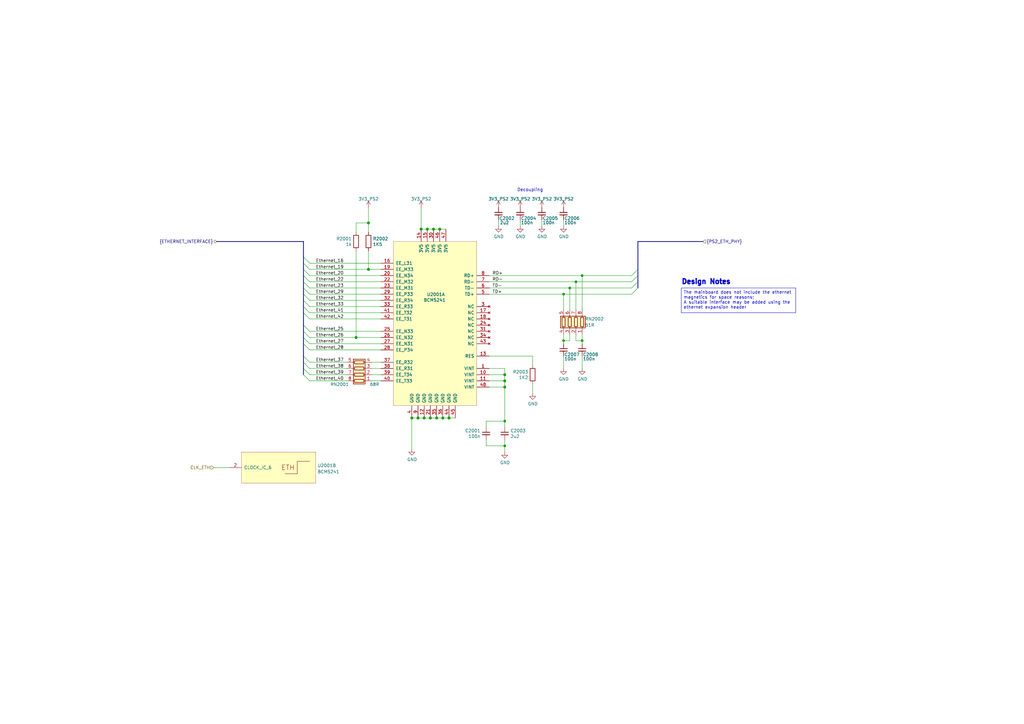
<source format=kicad_sch>
(kicad_sch (version 20230121) (generator eeschema)
  (paper "A3")
  (title_block (title "PS2 Ethernet PHY") (rev "0.3") (comment 5 "-a project by Tschicki"))
  (lib_symbols
    (symbol "BCM5241_1" (pin_names (offset 1.016))
      (property "Reference" "U" (at 21.59 -15.24 0))
      (property "Value" "BCM5241" (at 21.59 -11.43 0))
      (symbol "BCM5241_1_1_0"
        (pin passive line (at 44.45 -49.53 180) (length 5.08) (name "VINT") (number "1"))
        (pin passive line (at 44.45 -52.07 180) (length 5.08) (name "VINT") (number "10"))
        (pin passive line (at 44.45 -54.61 180) (length 5.08) (name "VINT") (number "11"))
        (pin passive line (at 17.78 -69.85 90) (length 5.08) (name "GND") (number "12"))
        (pin passive line (at 44.45 -44.45 180) (length 5.08) (name "RES") (number "13"))
        (pin passive line (at 16.51 7.62 270) (length 5.08) (name "3V5") (number "14"))
        (pin passive line (at 19.05 7.62 270) (length 5.08) (name "3V5") (number "15"))
        (pin passive line (at 0 -6.35 0) (length 5.08) (name "EE_L31") (number "16"))
        (pin no_connect line (at 44.45 -26.67 180) (length 5.08) (name "NC") (number "17"))
        (pin no_connect line (at 44.45 -29.21 180) (length 5.08) (name "NC") (number "18"))
        (pin passive line (at 0 -8.89 0) (length 5.08) (name "EE_M33") (number "19"))
        (pin passive line (at 0 -11.43 0) (length 5.08) (name "EE_N34") (number "20"))
        (pin passive line (at 20.32 -69.85 90) (length 5.08) (name "GND") (number "21"))
        (pin passive line (at 0 -13.97 0) (length 5.08) (name "EE_M32") (number "22"))
        (pin passive line (at 0 -16.51 0) (length 5.08) (name "EE_M31") (number "23"))
        (pin no_connect line (at 44.45 -31.75 180) (length 5.08) (name "NC") (number "24"))
        (pin passive line (at 0 -34.29 0) (length 5.08) (name "EE_N33") (number "25"))
        (pin passive line (at 0 -36.83 0) (length 5.08) (name "EE_N32") (number "26"))
        (pin passive line (at 0 -39.37 0) (length 5.08) (name "EE_N31") (number "27"))
        (pin passive line (at 0 -41.91 0) (length 5.08) (name "EE_P34") (number "28"))
        (pin passive line (at 0 -19.05 0) (length 5.08) (name "EE_P33") (number "29"))
        (pin no_connect line (at 44.45 -24.13 180) (length 5.08) (name "NC") (number "3"))
        (pin passive line (at 21.59 7.62 270) (length 5.08) (name "3V5") (number "30"))
        (pin no_connect line (at 44.45 -34.29 180) (length 5.08) (name "NC") (number "31"))
        (pin passive line (at 0 -21.59 0) (length 5.08) (name "EE_R34") (number "32"))
        (pin passive line (at 0 -24.13 0) (length 5.08) (name "EE_R33") (number "33"))
        (pin no_connect line (at 44.45 -36.83 180) (length 5.08) (name "NC") (number "34"))
        (pin passive line (at 22.86 -69.85 90) (length 5.08) (name "GND") (number "35"))
        (pin passive line (at 25.4 -69.85 90) (length 5.08) (name "GND") (number "36"))
        (pin passive line (at 0 -46.99 0) (length 5.08) (name "EE_R32") (number "37"))
        (pin passive line (at 0 -49.53 0) (length 5.08) (name "EE_R31") (number "38"))
        (pin passive line (at 0 -52.07 0) (length 5.08) (name "EE_T34") (number "39"))
        (pin passive line (at 12.7 -69.85 90) (length 5.08) (name "GND") (number "4"))
        (pin passive line (at 0 -54.61 0) (length 5.08) (name "EE_T33") (number "40"))
        (pin passive line (at 0 -26.67 0) (length 5.08) (name "EE_T32") (number "41"))
        (pin passive line (at 0 -29.21 0) (length 5.08) (name "EE_T31") (number "42"))
        (pin no_connect line (at 44.45 -39.37 180) (length 5.08) (name "NC") (number "43"))
        (pin passive line (at 27.94 -69.85 90) (length 5.08) (name "GND") (number "44"))
        (pin passive line (at 30.48 -69.85 90) (length 5.08) (name "GND") (number "45"))
        (pin passive line (at 24.13 7.62 270) (length 5.08) (name "3V5") (number "46"))
        (pin passive line (at 26.67 7.62 270) (length 5.08) (name "3V5") (number "47"))
        (pin passive line (at 44.45 -57.15 180) (length 5.08) (name "VINT") (number "48"))
        (pin passive line (at 44.45 -19.05 180) (length 5.08) (name "TD+") (number "5"))
        (pin passive line (at 44.45 -16.51 180) (length 5.08) (name "TD-") (number "6"))
        (pin passive line (at 44.45 -13.97 180) (length 5.08) (name "RD-") (number "7"))
        (pin passive line (at 44.45 -11.43 180) (length 5.08) (name "RD+") (number "8"))
        (pin passive line (at 15.24 -69.85 90) (length 5.08) (name "GND") (number "9"))
      )
      (symbol "BCM5241_1_1_1"
        (rectangle (start 5.08 2.54) (end 39.37 -64.77) (stroke (width 0.001)) (fill (type background)))
      )
      (symbol "BCM5241_1_2_0"
        (text "ETH" (at 24.13 -6.35 0) (effects (font (size 2 2))))
        (pin passive line (at 0 -6.35 0) (length 5.08) (name "CLOCK_IC_6") (number "2"))
      )
      (symbol "BCM5241_1_2_1"
        (polyline (pts (xy 22.86 -8.89) (xy 27.94 -8.89) (xy 27.94 -3.81) (xy 33.02 -3.81)))
        (rectangle (start 5.08 0) (end 35.56 -12.7) (stroke (width 0.001)) (fill (type background)))
      )
    )
    (symbol "PS2:3V5" (power) (pin_names (offset 0))
      (property "Value" "3V3_PS2" (at 0 3.556 0))
      (symbol "3V5_0_1"
        (polyline (pts (xy -0.762 1.27) (xy 0 2.54)))
        (polyline (pts (xy 0 0) (xy 0 2.54)))
        (polyline (pts (xy 0 2.54) (xy 0.762 1.27)))
      )
      (symbol "3V5_1_1"
        (pin power_in line (at 0 0 90) (length 0) hide (name "3V3_PS2") (number "1"))
      )
    )
    (symbol "PS2:BCM5241" (pin_names (offset 1.016))
      (property "Reference" "U" (at 21.59 -15.24 0))
      (property "Value" "BCM5241" (at 21.59 -11.43 0))
      (symbol "BCM5241_1_0"
        (pin passive line (at 44.45 -49.53 180) (length 5.08) (name "VINT") (number "1"))
        (pin passive line (at 44.45 -52.07 180) (length 5.08) (name "VINT") (number "10"))
        (pin passive line (at 44.45 -54.61 180) (length 5.08) (name "VINT") (number "11"))
        (pin passive line (at 17.78 -69.85 90) (length 5.08) (name "GND") (number "12"))
        (pin passive line (at 44.45 -44.45 180) (length 5.08) (name "RES") (number "13"))
        (pin passive line (at 16.51 7.62 270) (length 5.08) (name "3V5") (number "14"))
        (pin passive line (at 19.05 7.62 270) (length 5.08) (name "3V5") (number "15"))
        (pin passive line (at 0 -6.35 0) (length 5.08) (name "EE_L31") (number "16"))
        (pin no_connect line (at 44.45 -26.67 180) (length 5.08) (name "NC") (number "17"))
        (pin no_connect line (at 44.45 -29.21 180) (length 5.08) (name "NC") (number "18"))
        (pin passive line (at 0 -8.89 0) (length 5.08) (name "EE_M33") (number "19"))
        (pin passive line (at 0 -11.43 0) (length 5.08) (name "EE_N34") (number "20"))
        (pin passive line (at 20.32 -69.85 90) (length 5.08) (name "GND") (number "21"))
        (pin passive line (at 0 -13.97 0) (length 5.08) (name "EE_M32") (number "22"))
        (pin passive line (at 0 -16.51 0) (length 5.08) (name "EE_M31") (number "23"))
        (pin no_connect line (at 44.45 -31.75 180) (length 5.08) (name "NC") (number "24"))
        (pin passive line (at 0 -34.29 0) (length 5.08) (name "EE_N33") (number "25"))
        (pin passive line (at 0 -36.83 0) (length 5.08) (name "EE_N32") (number "26"))
        (pin passive line (at 0 -39.37 0) (length 5.08) (name "EE_N31") (number "27"))
        (pin passive line (at 0 -41.91 0) (length 5.08) (name "EE_P34") (number "28"))
        (pin passive line (at 0 -19.05 0) (length 5.08) (name "EE_P33") (number "29"))
        (pin no_connect line (at 44.45 -24.13 180) (length 5.08) (name "NC") (number "3"))
        (pin passive line (at 21.59 7.62 270) (length 5.08) (name "3V5") (number "30"))
        (pin no_connect line (at 44.45 -34.29 180) (length 5.08) (name "NC") (number "31"))
        (pin passive line (at 0 -21.59 0) (length 5.08) (name "EE_R34") (number "32"))
        (pin passive line (at 0 -24.13 0) (length 5.08) (name "EE_R33") (number "33"))
        (pin no_connect line (at 44.45 -36.83 180) (length 5.08) (name "NC") (number "34"))
        (pin passive line (at 22.86 -69.85 90) (length 5.08) (name "GND") (number "35"))
        (pin passive line (at 25.4 -69.85 90) (length 5.08) (name "GND") (number "36"))
        (pin passive line (at 0 -46.99 0) (length 5.08) (name "EE_R32") (number "37"))
        (pin passive line (at 0 -49.53 0) (length 5.08) (name "EE_R31") (number "38"))
        (pin passive line (at 0 -52.07 0) (length 5.08) (name "EE_T34") (number "39"))
        (pin passive line (at 12.7 -69.85 90) (length 5.08) (name "GND") (number "4"))
        (pin passive line (at 0 -54.61 0) (length 5.08) (name "EE_T33") (number "40"))
        (pin passive line (at 0 -26.67 0) (length 5.08) (name "EE_T32") (number "41"))
        (pin passive line (at 0 -29.21 0) (length 5.08) (name "EE_T31") (number "42"))
        (pin no_connect line (at 44.45 -39.37 180) (length 5.08) (name "NC") (number "43"))
        (pin passive line (at 27.94 -69.85 90) (length 5.08) (name "GND") (number "44"))
        (pin passive line (at 30.48 -69.85 90) (length 5.08) (name "GND") (number "45"))
        (pin passive line (at 24.13 7.62 270) (length 5.08) (name "3V5") (number "46"))
        (pin passive line (at 26.67 7.62 270) (length 5.08) (name "3V5") (number "47"))
        (pin passive line (at 44.45 -57.15 180) (length 5.08) (name "VINT") (number "48"))
        (pin passive line (at 44.45 -19.05 180) (length 5.08) (name "TD+") (number "5"))
        (pin passive line (at 44.45 -16.51 180) (length 5.08) (name "TD-") (number "6"))
        (pin passive line (at 44.45 -13.97 180) (length 5.08) (name "RD-") (number "7"))
        (pin passive line (at 44.45 -11.43 180) (length 5.08) (name "RD+") (number "8"))
        (pin passive line (at 15.24 -69.85 90) (length 5.08) (name "GND") (number "9"))
      )
      (symbol "BCM5241_1_1"
        (rectangle (start 5.08 2.54) (end 39.37 -64.77) (stroke (width 0.001)) (fill (type background)))
      )
      (symbol "BCM5241_2_0"
        (text "ETH" (at 24.13 -6.35 0) (effects (font (size 2 2))))
        (pin passive line (at 0 -6.35 0) (length 5.08) (name "CLOCK_IC_6") (number "2"))
      )
      (symbol "BCM5241_2_1"
        (polyline (pts (xy 22.86 -8.89) (xy 27.94 -8.89) (xy 27.94 -3.81) (xy 33.02 -3.81)))
        (rectangle (start 5.08 0) (end 35.56 -12.7) (stroke (width 0.001)))
      )
    )
    (symbol "PS2_Capacitors:C_100n_0402" (pin_numbers hide) (pin_names (offset 0.254) hide)
      (property "Reference" "C" (at 0.254 1.778 0))
      (property "Value" "100n" (at 0.254 -2.032 0))
      (symbol "C_100n_0402_0_1"
        (polyline (pts (xy -1.524 -0.508) (xy 1.524 -0.508)) (stroke (width 0.3302)))
        (polyline (pts (xy -1.524 0.508) (xy 1.524 0.508)) (stroke (width 0.3048)))
      )
      (symbol "C_100n_0402_1_1"
        (pin passive line (at 0 2.54 270) (length 2.032) (name "~") (number "1"))
        (pin passive line (at 0 -2.54 90) (length 2.032) (name "~") (number "2"))
      )
    )
    (symbol "PS2_Capacitors:C_2u2_0805" (pin_numbers hide) (pin_names (offset 0.254) hide)
      (property "Reference" "C" (at 0.254 1.778 0))
      (property "Value" "2u2" (at 0.254 -2.032 0))
      (symbol "C_2u2_0805_0_1"
        (polyline (pts (xy -1.524 -0.508) (xy 1.524 -0.508)) (stroke (width 0.3302)))
        (polyline (pts (xy -1.524 0.508) (xy 1.524 0.508)) (stroke (width 0.3048)))
      )
      (symbol "C_2u2_0805_1_1"
        (pin passive line (at 0 2.54 270) (length 2.032) (name "~") (number "1"))
        (pin passive line (at 0 -2.54 90) (length 2.032) (name "~") (number "2"))
      )
    )
    (symbol "PS2_Resistors:R_1k2_0402" (pin_numbers hide) (pin_names (offset 0))
      (property "Reference" "R" (at 2.032 0 90))
      (property "Value" "1k2" (at 0 0 90))
      (symbol "R_1k2_0402_0_1"
        (rectangle (start -1.016 -2.54) (end 1.016 2.54) (stroke (width 0.254)))
      )
      (symbol "R_1k2_0402_1_1"
        (pin passive line (at 0 3.81 270) (length 1.27) (name "~") (number "1"))
        (pin passive line (at 0 -3.81 90) (length 1.27) (name "~") (number "2"))
      )
    )
    (symbol "PS2_Resistors:R_1k5_0402" (pin_numbers hide) (pin_names (offset 0))
      (property "Reference" "R" (at 2.032 0 90))
      (property "Value" "1k5" (at 0 0 90))
      (symbol "R_1k5_0402_0_1"
        (rectangle (start -1.016 -2.54) (end 1.016 2.54) (stroke (width 0.254)))
      )
      (symbol "R_1k5_0402_1_1"
        (pin passive line (at 0 3.81 270) (length 1.27) (name "~") (number "1"))
        (pin passive line (at 0 -3.81 90) (length 1.27) (name "~") (number "2"))
      )
    )
    (symbol "PS2_Resistors:R_1k_0402" (pin_numbers hide) (pin_names (offset 0))
      (property "Reference" "R" (at 2.032 0 90))
      (property "Value" "1k" (at 0 0 90))
      (symbol "R_1k_0402_0_1"
        (rectangle (start -1.016 -2.54) (end 1.016 2.54) (stroke (width 0.254)))
      )
      (symbol "R_1k_0402_1_1"
        (pin passive line (at 0 3.81 270) (length 1.27) (name "~") (number "1"))
        (pin passive line (at 0 -3.81 90) (length 1.27) (name "~") (number "2"))
      )
    )
    (symbol "PS2_Resistors:R_4Array_51R_0402" (pin_names (offset 0) hide)
      (property "Reference" "RN" (at -7.62 0 90))
      (property "Value" "51R" (at 5.08 0 90))
      (symbol "R_4Array_51R_0402_0_1"
        (rectangle (start -6.35 -2.413) (end 3.81 2.413) (stroke (width 0.254)) (fill (type background)))
        (rectangle (start -5.715 1.905) (end -4.445 -1.905) (stroke (width 0.254)))
        (rectangle (start -3.175 1.905) (end -1.905 -1.905) (stroke (width 0.254)))
        (rectangle (start -0.635 1.905) (end 0.635 -1.905) (stroke (width 0.254)))
        (polyline (pts (xy -5.08 -2.54) (xy -5.08 -1.905)))
        (polyline (pts (xy -5.08 1.905) (xy -5.08 2.54)))
        (polyline (pts (xy -2.54 -2.54) (xy -2.54 -1.905)))
        (polyline (pts (xy -2.54 1.905) (xy -2.54 2.54)))
        (polyline (pts (xy 0 -2.54) (xy 0 -1.905)))
        (polyline (pts (xy 0 1.905) (xy 0 2.54)))
        (polyline (pts (xy 2.54 -2.54) (xy 2.54 -1.905)))
        (polyline (pts (xy 2.54 1.905) (xy 2.54 2.54)))
        (rectangle (start 1.905 1.905) (end 3.175 -1.905) (stroke (width 0.254)))
      )
      (symbol "R_4Array_51R_0402_1_1"
        (pin passive line (at -5.08 -5.08 90) (length 2.54) (name "R1.1") (number "1"))
        (pin passive line (at -2.54 -5.08 90) (length 2.54) (name "R2.1") (number "2"))
        (pin passive line (at 0 -5.08 90) (length 2.54) (name "R3.1") (number "3"))
        (pin passive line (at 2.54 -5.08 90) (length 2.54) (name "R4.1") (number "4"))
        (pin passive line (at 2.54 5.08 270) (length 2.54) (name "R4.2") (number "5"))
        (pin passive line (at 0 5.08 270) (length 2.54) (name "R3.2") (number "6"))
        (pin passive line (at -2.54 5.08 270) (length 2.54) (name "R2.2") (number "7"))
        (pin passive line (at -5.08 5.08 270) (length 2.54) (name "R1.2") (number "8"))
      )
    )
    (symbol "PS2_Resistors:R_4Array_68R_0402" (pin_names (offset 0) hide)
      (property "Reference" "RN" (at -7.62 0 90))
      (property "Value" "68R" (at 5.08 0 90))
      (symbol "R_4Array_68R_0402_0_1"
        (rectangle (start -6.35 -2.413) (end 3.81 2.413) (stroke (width 0.254)) (fill (type background)))
        (rectangle (start -5.715 1.905) (end -4.445 -1.905) (stroke (width 0.254)))
        (rectangle (start -3.175 1.905) (end -1.905 -1.905) (stroke (width 0.254)))
        (rectangle (start -0.635 1.905) (end 0.635 -1.905) (stroke (width 0.254)))
        (polyline (pts (xy -5.08 -2.54) (xy -5.08 -1.905)))
        (polyline (pts (xy -5.08 1.905) (xy -5.08 2.54)))
        (polyline (pts (xy -2.54 -2.54) (xy -2.54 -1.905)))
        (polyline (pts (xy -2.54 1.905) (xy -2.54 2.54)))
        (polyline (pts (xy 0 -2.54) (xy 0 -1.905)))
        (polyline (pts (xy 0 1.905) (xy 0 2.54)))
        (polyline (pts (xy 2.54 -2.54) (xy 2.54 -1.905)))
        (polyline (pts (xy 2.54 1.905) (xy 2.54 2.54)))
        (rectangle (start 1.905 1.905) (end 3.175 -1.905) (stroke (width 0.254)))
      )
      (symbol "R_4Array_68R_0402_1_1"
        (pin passive line (at -5.08 -5.08 90) (length 2.54) (name "R1.1") (number "1"))
        (pin passive line (at -2.54 -5.08 90) (length 2.54) (name "R2.1") (number "2"))
        (pin passive line (at 0 -5.08 90) (length 2.54) (name "R3.1") (number "3"))
        (pin passive line (at 2.54 -5.08 90) (length 2.54) (name "R4.1") (number "4"))
        (pin passive line (at 2.54 5.08 270) (length 2.54) (name "R4.2") (number "5"))
        (pin passive line (at 0 5.08 270) (length 2.54) (name "R3.2") (number "6"))
        (pin passive line (at -2.54 5.08 270) (length 2.54) (name "R2.2") (number "7"))
        (pin passive line (at -5.08 5.08 270) (length 2.54) (name "R1.2") (number "8"))
      )
    )
    (symbol "power:GND" (power) (pin_names (offset 0))
      (property "Value" "GND" (at 0 -3.81 0))
      (symbol "GND_0_1"
        (polyline (pts (xy 0 0) (xy 0 -1.27) (xy 1.27 -1.27) (xy 0 -2.54) (xy -1.27 -1.27) (xy 0 -1.27)))
      )
      (symbol "GND_1_1"
        (pin power_in line (at 0 0 270) (length 0) hide (name "GND") (number "1"))
      )
    )
  )
  (bus_alias "ETHERNET_INTERFACE" (members "Ethernet_16" "Ethernet_19" "Ethernet_20" "Ethernet_22" "Ethernet_23" "Ethernet_29" "Ethernet_32" "Ethernet_33" "Ethernet_41" "Ethernet_42" "Ethernet_25" "Ethernet_26" "Ethernet_27" "Ethernet_28" "Ethernet_37" "Ethernet_38" "Ethernet_39" "Ethernet_40"))
  (bus_alias "PS2_ETH_PHY" (members "RD+" "RD-" "TD+" "TD-"))
  (junction (at 207.01 182.88))
  (junction (at 233.68 118.11))
  (junction (at 207.01 158.75) (diameter 1.016))
  (junction (at 151.13 110.49) (diameter 1.016))
  (junction (at 168.91 171.45) (diameter 1.016))
  (junction (at 171.45 171.45) (diameter 1.016))
  (junction (at 181.61 171.45) (diameter 1.016))
  (junction (at 231.14 139.7))
  (junction (at 146.05 138.43) (diameter 1.016))
  (junction (at 184.15 171.45) (diameter 1.016))
  (junction (at 177.8 93.98) (diameter 1.016))
  (junction (at 179.07 171.45) (diameter 1.016))
  (junction (at 175.26 93.98) (diameter 1.016))
  (junction (at 238.76 139.7))
  (junction (at 176.53 171.45) (diameter 1.016))
  (junction (at 207.01 156.21) (diameter 1.016))
  (junction (at 238.76 113.03))
  (junction (at 173.99 171.45) (diameter 1.016))
  (junction (at 236.22 115.57))
  (junction (at 231.14 120.65))
  (junction (at 151.13 91.44) (diameter 1.016))
  (junction (at 207.01 153.67) (diameter 1.016))
  (junction (at 172.72 93.98) (diameter 1.016))
  (junction (at 207.01 172.72))
  (junction (at 180.34 93.98) (diameter 1.016))
  (bus_entry (at 259.08 120.65) (size 2.54 -2.54))
  (bus_entry (at 259.08 118.11) (size 2.54 -2.54))
  (bus_entry (at 259.08 113.03) (size 2.54 -2.54))
  (bus_entry (at 124.46 138.43) (size 2.54 2.54))
  (bus_entry (at 124.46 140.97) (size 2.54 2.54))
  (bus_entry (at 124.46 148.59) (size 2.54 2.54))
  (bus_entry (at 124.46 146.05) (size 2.54 2.54))
  (bus_entry (at 124.46 151.13) (size 2.54 2.54))
  (bus_entry (at 124.46 118.11) (size 2.54 2.54))
  (bus_entry (at 124.46 120.65) (size 2.54 2.54))
  (bus_entry (at 124.46 123.19) (size 2.54 2.54))
  (bus_entry (at 124.46 133.35) (size 2.54 2.54))
  (bus_entry (at 124.46 135.89) (size 2.54 2.54))
  (bus_entry (at 124.46 128.27) (size 2.54 2.54))
  (bus_entry (at 124.46 125.73) (size 2.54 2.54))
  (bus_entry (at 124.46 153.67) (size 2.54 2.54))
  (bus_entry (at 124.46 113.03) (size 2.54 2.54))
  (bus_entry (at 124.46 107.95) (size 2.54 2.54))
  (bus_entry (at 124.46 110.49) (size 2.54 2.54))
  (bus_entry (at 124.46 105.41) (size 2.54 2.54))
  (bus_entry (at 124.46 115.57) (size 2.54 2.54))
  (bus_entry (at 259.08 115.57) (size 2.54 -2.54))
  (wire (pts (xy 127 113.03) (xy 156.21 113.03)))
  (bus (pts (xy 124.46 105.41) (xy 124.46 99.06)))
  (wire (pts (xy 127 130.81) (xy 156.21 130.81)))
  (wire (pts (xy 127 115.57) (xy 156.21 115.57)))
  (wire (pts (xy 127 128.27) (xy 156.21 128.27)))
  (wire (pts (xy 259.08 120.65) (xy 231.14 120.65)))
  (wire (pts (xy 142.24 153.67) (xy 127 153.67)))
  (wire (pts (xy 142.24 156.21) (xy 127 156.21)))
  (wire (pts (xy 233.68 137.16) (xy 233.68 139.7)))
  (wire (pts (xy 152.4 148.59) (xy 156.21 148.59)))
  (wire (pts (xy 200.66 153.67) (xy 207.01 153.67)))
  (wire (pts (xy 233.68 118.11) (xy 233.68 127)))
  (wire (pts (xy 127 118.11) (xy 156.21 118.11)))
  (bus (pts (xy 261.62 118.11) (xy 261.62 115.57)))
  (wire (pts (xy 146.05 102.87) (xy 146.05 138.43)))
  (wire (pts (xy 233.68 139.7) (xy 231.14 139.7)))
  (bus (pts (xy 261.62 113.03) (xy 261.62 110.49)))
  (wire (pts (xy 259.08 115.57) (xy 236.22 115.57)))
  (wire (pts (xy 218.44 157.48) (xy 218.44 161.29)))
  (wire (pts (xy 231.14 120.65) (xy 231.14 127)))
  (wire (pts (xy 173.99 171.45) (xy 176.53 171.45)))
  (wire (pts (xy 238.76 139.7) (xy 238.76 140.97)))
  (wire (pts (xy 231.14 137.16) (xy 231.14 139.7)))
  (wire (pts (xy 168.91 171.45) (xy 171.45 171.45)))
  (wire (pts (xy 207.01 172.72) (xy 207.01 175.26)))
  (wire (pts (xy 238.76 137.16) (xy 238.76 139.7)))
  (wire (pts (xy 151.13 85.09) (xy 151.13 91.44)))
  (wire (pts (xy 168.91 171.45) (xy 168.91 184.15)))
  (wire (pts (xy 127 125.73) (xy 156.21 125.73)))
  (wire (pts (xy 146.05 95.25) (xy 146.05 91.44)))
  (wire (pts (xy 236.22 139.7) (xy 238.76 139.7)))
  (wire (pts (xy 127 140.97) (xy 156.21 140.97)))
  (bus (pts (xy 124.46 120.65) (xy 124.46 118.11)))
  (wire (pts (xy 127 107.95) (xy 156.21 107.95)))
  (wire (pts (xy 204.47 90.17) (xy 204.47 92.71)))
  (wire (pts (xy 200.66 156.21) (xy 207.01 156.21)))
  (wire (pts (xy 142.24 148.59) (xy 127 148.59)))
  (bus (pts (xy 261.62 115.57) (xy 261.62 113.03)))
  (wire (pts (xy 127 123.19) (xy 156.21 123.19)))
  (bus (pts (xy 124.46 118.11) (xy 124.46 115.57)))
  (wire (pts (xy 151.13 91.44) (xy 151.13 95.25)))
  (wire (pts (xy 200.66 151.13) (xy 207.01 151.13)))
  (wire (pts (xy 152.4 151.13) (xy 156.21 151.13)))
  (wire (pts (xy 181.61 171.45) (xy 184.15 171.45)))
  (wire (pts (xy 207.01 153.67) (xy 207.01 156.21)))
  (wire (pts (xy 177.8 93.98) (xy 180.34 93.98)))
  (bus (pts (xy 261.62 99.06) (xy 288.29 99.06)))
  (wire (pts (xy 199.39 182.88) (xy 207.01 182.88)))
  (wire (pts (xy 236.22 115.57) (xy 236.22 127)))
  (bus (pts (xy 124.46 146.05) (xy 124.46 140.97)))
  (bus (pts (xy 124.46 125.73) (xy 124.46 123.19)))
  (wire (pts (xy 171.45 171.45) (xy 173.99 171.45)))
  (wire (pts (xy 231.14 90.17) (xy 231.14 92.71)))
  (wire (pts (xy 151.13 102.87) (xy 151.13 110.49)))
  (wire (pts (xy 199.39 172.72) (xy 199.39 175.26)))
  (bus (pts (xy 124.46 128.27) (xy 124.46 125.73)))
  (wire (pts (xy 200.66 158.75) (xy 207.01 158.75)))
  (wire (pts (xy 199.39 172.72) (xy 207.01 172.72)))
  (wire (pts (xy 213.36 90.17) (xy 213.36 92.71)))
  (wire (pts (xy 127 135.89) (xy 156.21 135.89)))
  (bus (pts (xy 124.46 115.57) (xy 124.46 113.03)))
  (wire (pts (xy 146.05 138.43) (xy 156.21 138.43)))
  (wire (pts (xy 142.24 151.13) (xy 127 151.13)))
  (wire (pts (xy 172.72 93.98) (xy 175.26 93.98)))
  (wire (pts (xy 127 110.49) (xy 151.13 110.49)))
  (wire (pts (xy 207.01 151.13) (xy 207.01 153.67)))
  (wire (pts (xy 238.76 113.03) (xy 238.76 127)))
  (wire (pts (xy 146.05 91.44) (xy 151.13 91.44)))
  (bus (pts (xy 124.46 133.35) (xy 124.46 128.27)))
  (wire (pts (xy 207.01 156.21) (xy 207.01 158.75)))
  (bus (pts (xy 124.46 140.97) (xy 124.46 138.43)))
  (bus (pts (xy 124.46 138.43) (xy 124.46 135.89)))
  (wire (pts (xy 180.34 93.98) (xy 182.88 93.98)))
  (wire (pts (xy 127 138.43) (xy 146.05 138.43)))
  (wire (pts (xy 207.01 158.75) (xy 207.01 172.72)))
  (wire (pts (xy 238.76 146.05) (xy 238.76 151.13)))
  (bus (pts (xy 124.46 107.95) (xy 124.46 105.41)))
  (wire (pts (xy 172.72 85.09) (xy 172.72 93.98)))
  (wire (pts (xy 152.4 153.67) (xy 156.21 153.67)))
  (bus (pts (xy 124.46 123.19) (xy 124.46 120.65)))
  (wire (pts (xy 236.22 137.16) (xy 236.22 139.7)))
  (bus (pts (xy 124.46 135.89) (xy 124.46 133.35)))
  (wire (pts (xy 218.44 149.86) (xy 218.44 146.05)))
  (wire (pts (xy 207.01 180.34) (xy 207.01 182.88)))
  (bus (pts (xy 124.46 113.03) (xy 124.46 110.49)))
  (wire (pts (xy 207.01 182.88) (xy 207.01 185.42)))
  (wire (pts (xy 200.66 118.11) (xy 233.68 118.11)))
  (wire (pts (xy 179.07 171.45) (xy 181.61 171.45)))
  (wire (pts (xy 199.39 180.34) (xy 199.39 182.88)))
  (wire (pts (xy 218.44 146.05) (xy 200.66 146.05)))
  (wire (pts (xy 176.53 171.45) (xy 179.07 171.45)))
  (wire (pts (xy 184.15 171.45) (xy 186.69 171.45)))
  (bus (pts (xy 261.62 110.49) (xy 261.62 99.06)))
  (wire (pts (xy 259.08 118.11) (xy 233.68 118.11)))
  (wire (pts (xy 200.66 120.65) (xy 231.14 120.65)))
  (bus (pts (xy 124.46 153.67) (xy 124.46 151.13)))
  (wire (pts (xy 152.4 156.21) (xy 156.21 156.21)))
  (wire (pts (xy 200.66 115.57) (xy 236.22 115.57)))
  (wire (pts (xy 231.14 146.05) (xy 231.14 151.13)))
  (wire (pts (xy 127 120.65) (xy 156.21 120.65)))
  (wire (pts (xy 238.76 113.03) (xy 259.08 113.03)))
  (wire (pts (xy 200.66 113.03) (xy 238.76 113.03)))
  (wire (pts (xy 127 143.51) (xy 156.21 143.51)))
  (wire (pts (xy 87.63 191.77) (xy 93.98 191.77)))
  (bus (pts (xy 124.46 151.13) (xy 124.46 148.59)))
  (bus (pts (xy 124.46 148.59) (xy 124.46 146.05)))
  (wire (pts (xy 222.25 90.17) (xy 222.25 92.71)))
  (wire (pts (xy 231.14 139.7) (xy 231.14 140.97)))
  (wire (pts (xy 151.13 110.49) (xy 156.21 110.49)))
  (bus (pts (xy 124.46 99.06) (xy 88.9 99.06)))
  (wire (pts (xy 175.26 93.98) (xy 177.8 93.98)))
  (bus (pts (xy 124.46 110.49) (xy 124.46 107.95)))
  (text_box "The mainboard does not include the ethernet magnetics for space reasons; \nA suitable interface may be added using the ethernet expansion header" (at 279.4 118.11 0) (size 46.99 10.16) (effects (font (size 1.27 1.27)) (justify left top)))
  (text "Design Notes" (at 279.4 116.84 0) (effects (font (size 2 2) (thickness 1) bold) (justify left bottom)))
  (text "Decoupling" (at 212.09 78.74 0) (effects (font (size 1.27 1.27)) (justify left bottom)))
  (label "Ethernet_32" (at 129.54 123.19 0))
  (label "Ethernet_26" (at 129.54 138.43 0))
  (label "RD-" (at 201.93 115.57 0))
  (label "TD+" (at 201.93 120.65 0))
  (label "Ethernet_20" (at 129.54 113.03 0))
  (label "Ethernet_39" (at 129.54 153.67 0))
  (label "Ethernet_25" (at 129.54 135.89 0))
  (label "Ethernet_28" (at 129.54 143.51 0))
  (label "Ethernet_27" (at 129.54 140.97 0))
  (label "Ethernet_41" (at 129.54 128.27 0))
  (label "Ethernet_33" (at 129.54 125.73 0))
  (label "RD+" (at 201.93 113.03 0))
  (label "Ethernet_23" (at 129.54 118.11 0))
  (label "Ethernet_38" (at 129.54 151.13 0))
  (label "Ethernet_42" (at 129.54 130.81 0))
  (label "Ethernet_19" (at 129.54 110.49 0))
  (label "Ethernet_37" (at 129.54 148.59 0))
  (label "Ethernet_40" (at 129.54 156.21 0))
  (label "Ethernet_29" (at 129.54 120.65 0))
  (label "TD-" (at 201.93 118.11 0))
  (label "Ethernet_16" (at 129.54 107.95 0))
  (label "Ethernet_22" (at 129.54 115.57 0))
  (hierarchical_label "{PS2_ETH_PHY}" (shape input) (at 288.29 99.06 0))
  (hierarchical_label "CLK_ETH" (shape input) (at 87.63 191.77 180))
  (hierarchical_label "{ETHERNET_INTERFACE}" (shape bidirectional) (at 88.9 99.06 180))
  (symbol (lib_id "PS2_Capacitors:C_2u2_0805") (at 204.47 87.63 0) (unit 1)
    (property "Reference" "C2002" (at 204.7622 89.5286 0) (effects (justify left)))
    (property "Value" "2u2" (at 205.016 91.319 0) (effects (justify left)))
    (property "Footprint" "PS2:C_0805_2012Metric" (effects hide))
    (property "Part Number" "GRM21BR71E225KE11L" (effects hide))
  )
  (symbol (lib_id "PS2_Resistors:R_1k2_0402") (at 218.44 153.67 0) (mirror y) (unit 1)
    (property "Reference" "R2003" (at 216.6619 152.5206 0) (effects (justify left)))
    (property "Value" "1K2" (at 216.662 154.819 0) (effects (justify left)))
    (property "Footprint" "PS2:R_0402_1005Metric" (effects hide))
    (property "Part Number" "RC0402FR-071K2L" (effects hide))
  )
  (symbol (lib_id "power:GND") (at 204.47 92.71 0) (unit 1)
    (property "Reference" "#PWR02005" (effects hide))
    (property "Value" "GND" (at 204.5843 97.0344 0))
  )
  (symbol (lib_id "PS2_Capacitors:C_100n_0402") (at 222.25 87.63 0) (unit 1)
    (property "Reference" "C2005" (at 222.5422 89.5286 0) (effects (justify left)))
    (property "Value" "100n" (at 222.5422 91.3193 0) (effects (justify left)))
    (property "Footprint" "PS2:C_0402_1005Metric" (effects hide))
    (property "Datasheet" "https://www.mouser.at/datasheet/2/447/UPY_NP0X5R_01005_4V_to_25V_V10-3003057.pdf" (effects hide))
    (property "Part Number" "CC0402KRX7R7BB104" (effects hide))
  )
  (symbol (lib_id "power:GND") (at 218.44 161.29 0) (unit 1)
    (property "Reference" "#PWR02009" (effects hide))
    (property "Value" "GND" (at 218.5543 165.6144 0))
  )
  (symbol (lib_id "power:GND") (at 213.36 92.71 0) (unit 1)
    (property "Reference" "#PWR02008" (effects hide))
    (property "Value" "GND" (at 213.4743 97.0344 0))
  )
  (symbol (lib_id "PS2_Resistors:R_4Array_51R_0402") (at 233.68 132.08 0) (mirror y) (unit 1)
    (property "Reference" "RN2002" (at 247.65 130.81 0) (effects (justify left)))
    (property "Value" "51R" (at 243.84 133.35 0) (effects (justify left)))
    (property "Footprint" "PS2:R_Array_Convex_4x0402" (effects hide))
    (property "Part Number" "YC124-JR-0751RL" (effects hide))
  )
  (symbol (lib_id "PS2_Capacitors:C_100n_0402") (at 213.36 87.63 0) (unit 1)
    (property "Reference" "C2004" (at 213.6522 89.5286 0) (effects (justify left)))
    (property "Value" "100n" (at 213.6522 91.3193 0) (effects (justify left)))
    (property "Footprint" "PS2:C_0402_1005Metric" (effects hide))
    (property "Datasheet" "https://www.mouser.at/datasheet/2/447/UPY_NP0X5R_01005_4V_to_25V_V10-3003057.pdf" (effects hide))
    (property "Part Number" "CC0402KRX7R7BB104" (effects hide))
  )
  (symbol (lib_id "power:GND") (at 207.01 185.42 0) (unit 1)
    (property "Reference" "#PWR02006" (effects hide))
    (property "Value" "GND" (at 207.1243 189.7444 0))
  )
  (symbol (lib_id "PS2:3V5") (at 213.36 85.09 0) (unit 1)
    (property "Reference" "#PWR02007" (effects hide))
    (property "Value" "3V3_PS2" (at 213.36 81.5881 0))
  )
  (symbol (lib_id "PS2_Resistors:R_1k_0402") (at 146.05 99.06 0) (mirror y) (unit 1)
    (property "Reference" "R2001" (at 144.2719 97.9106 0) (effects (justify left)))
    (property "Value" "1k" (at 144.272 100.209 0) (effects (justify left)))
    (property "Footprint" "PS2:R_0402_1005Metric" (effects hide))
    (property "Part Number" "RC0402FR-071KL" (effects hide))
  )
  (symbol (lib_id "PS2_Capacitors:C_100n_0402") (at 238.76 143.51 0) (unit 1)
    (property "Reference" "C2008" (at 239.0522 145.4086 0) (effects (justify left)))
    (property "Value" "100n" (at 239.0522 147.1993 0) (effects (justify left)))
    (property "Footprint" "PS2:C_0402_1005Metric" (effects hide))
    (property "Datasheet" "https://www.mouser.at/datasheet/2/447/UPY_NP0X5R_01005_4V_to_25V_V10-3003057.pdf" (effects hide))
    (property "Part Number" "CC0402KRX7R7BB104" (effects hide))
  )
  (symbol (lib_id "PS2:3V5") (at 204.47 85.09 0) (unit 1)
    (property "Reference" "#PWR02004" (effects hide))
    (property "Value" "3V3_PS2" (at 204.47 81.5881 0))
  )
  (symbol (lib_id "power:GND") (at 238.76 151.13 0) (unit 1)
    (property "Reference" "#PWR02015" (effects hide))
    (property "Value" "GND" (at 238.8743 155.4544 0))
  )
  (symbol (lib_id "power:GND") (at 231.14 151.13 0) (unit 1)
    (property "Reference" "#PWR02014" (effects hide))
    (property "Value" "GND" (at 231.2543 155.4544 0))
  )
  (symbol (lib_id "power:GND") (at 168.91 184.15 0) (unit 1)
    (property "Reference" "#PWR02002" (effects hide))
    (property "Value" "GND" (at 169.0243 188.4744 0))
  )
  (symbol (lib_id "power:GND") (at 231.14 92.71 0) (unit 1)
    (property "Reference" "#PWR02013" (effects hide))
    (property "Value" "GND" (at 231.2543 97.0344 0))
  )
  (symbol (lib_id "PS2_Resistors:R_4Array_68R_0402") (at 147.32 151.13 90) (unit 1)
    (property "Reference" "RN2001" (at 143.1226 157.6323 90) (effects (justify left)))
    (property "Value" "68R" (at 155.581 157.632 90) (effects (justify left)))
    (property "Footprint" "PS2:R_Array_Convex_4x0402" (effects hide))
    (property "Part Number" "YC124-JR-0768RL" (effects hide))
  )
  (symbol (lib_id "PS2_Resistors:R_1k5_0402") (at 151.13 99.06 0) (unit 1)
    (property "Reference" "R2002" (at 152.9081 97.9106 0) (effects (justify left)))
    (property "Value" "1K5" (at 152.908 100.209 0) (effects (justify left)))
    (property "Footprint" "PS2:R_0402_1005Metric" (effects hide))
    (property "Part Number" "RC0402FR-071K5L" (effects hide))
  )
  (symbol (lib_id "PS2_Capacitors:C_2u2_0805") (at 207.01 177.8 0) (unit 1)
    (property "Reference" "C2003" (at 209.3342 176.6506 0) (effects (justify left)))
    (property "Value" "2u2" (at 209.334 178.949 0) (effects (justify left)))
    (property "Footprint" "PS2:C_0805_2012Metric" (effects hide))
    (property "Part Number" "GRM21BR71E225KE11L" (effects hide))
  )
  (symbol (lib_name "BCM5241_1") (lib_id "PS2:BCM5241") (at 93.98 185.42 0) (unit 2)
    (property "Reference" "U2001" (at 130.1755 190.9353 0) (effects (justify left)))
    (property "Value" "BCM5241" (at 130.1755 193.4722 0) (effects (justify left)))
    (property "Footprint" "PS2:LQFP-48_7x7mm_P0.5mm" (effects hide))
    (property "Part Number" "get from PS2 79k/90k" (effects hide))
  )
  (symbol (lib_id "PS2_Capacitors:C_100n_0402") (at 231.14 87.63 0) (unit 1)
    (property "Reference" "C2006" (at 231.4322 89.5286 0) (effects (justify left)))
    (property "Value" "100n" (at 231.4322 91.3193 0) (effects (justify left)))
    (property "Footprint" "PS2:C_0402_1005Metric" (effects hide))
    (property "Datasheet" "https://www.mouser.at/datasheet/2/447/UPY_NP0X5R_01005_4V_to_25V_V10-3003057.pdf" (effects hide))
    (property "Part Number" "CC0402KRX7R7BB104" (effects hide))
  )
  (symbol (lib_id "PS2:BCM5241") (at 156.21 101.6 0) (unit 1)
    (property "Reference" "U2001" (at 175.0061 120.7706 0) (effects (justify left)))
    (property "Value" "BCM5241" (at 173.7361 123.0693 0) (effects (justify left)))
    (property "Footprint" "PS2:LQFP-48_7x7mm_P0.5mm" (effects hide))
    (property "Part Number" "get from PS2 79k/90k" (effects hide))
  )
  (symbol (lib_id "PS2:3V5") (at 231.14 85.09 0) (unit 1)
    (property "Reference" "#PWR02012" (effects hide))
    (property "Value" "3V3_PS2" (at 231.14 81.5881 0))
  )
  (symbol (lib_id "power:GND") (at 222.25 92.71 0) (unit 1)
    (property "Reference" "#PWR02011" (effects hide))
    (property "Value" "GND" (at 222.3643 97.0344 0))
  )
  (symbol (lib_id "PS2:3V5") (at 151.13 85.09 0) (unit 1)
    (property "Reference" "#PWR02001" (effects hide))
    (property "Value" "3V3_PS2" (at 151.13 81.5881 0))
  )
  (symbol (lib_id "PS2:3V5") (at 222.25 85.09 0) (unit 1)
    (property "Reference" "#PWR02010" (effects hide))
    (property "Value" "3V3_PS2" (at 222.25 81.5881 0))
  )
  (symbol (lib_id "PS2_Capacitors:C_100n_0402") (at 231.14 143.51 0) (unit 1)
    (property "Reference" "C2007" (at 231.4322 145.4086 0) (effects (justify left)))
    (property "Value" "100n" (at 231.4322 147.1993 0) (effects (justify left)))
    (property "Footprint" "PS2:C_0402_1005Metric" (effects hide))
    (property "Datasheet" "https://www.mouser.at/datasheet/2/447/UPY_NP0X5R_01005_4V_to_25V_V10-3003057.pdf" (effects hide))
    (property "Part Number" "CC0402KRX7R7BB104" (effects hide))
  )
  (symbol (lib_id "PS2_Capacitors:C_100n_0402") (at 199.39 177.8 0) (mirror y) (unit 1)
    (property "Reference" "C2001" (at 197.0658 176.6506 0) (effects (justify left)))
    (property "Value" "100n" (at 197.0658 178.9493 0) (effects (justify left)))
    (property "Footprint" "PS2:C_0402_1005Metric" (effects hide))
    (property "Datasheet" "https://www.mouser.at/datasheet/2/447/UPY_NP0X5R_01005_4V_to_25V_V10-3003057.pdf" (effects hide))
    (property "Part Number" "CC0402KRX7R7BB104" (effects hide))
  )
  (symbol (lib_id "PS2:3V5") (at 172.72 85.09 0) (unit 1)
    (property "Reference" "#PWR02003" (effects hide))
    (property "Value" "3V3_PS2" (at 172.72 81.5881 0))
  )
)
</source>
